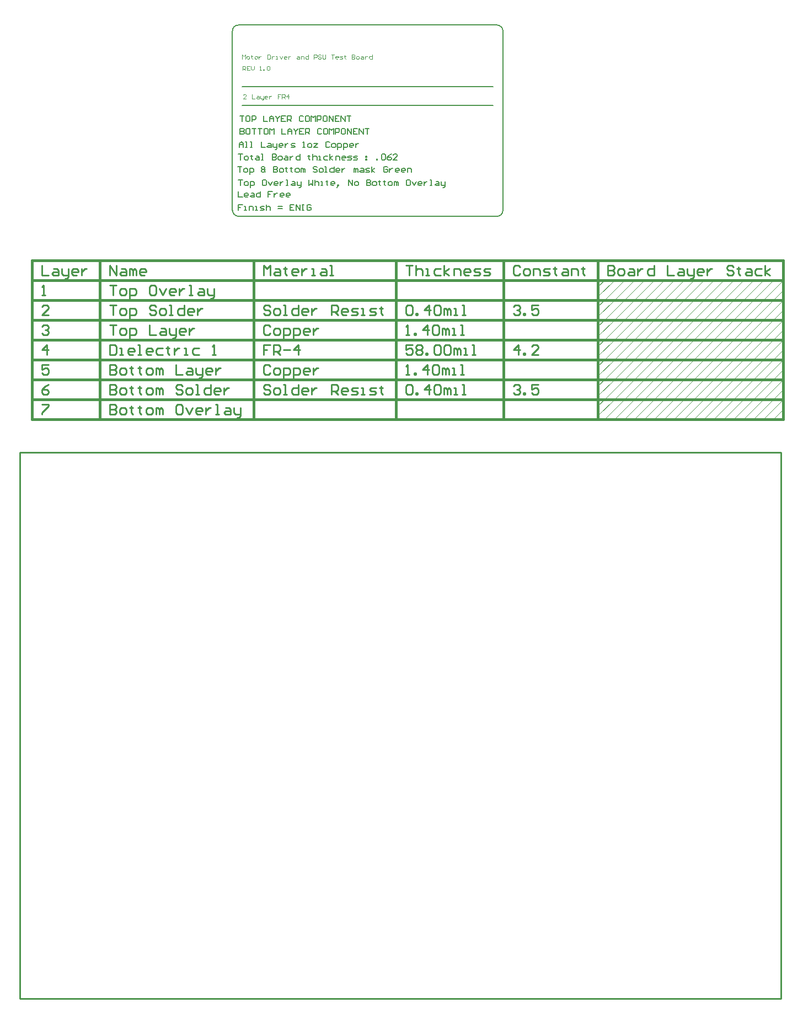
<source format=gm1>
G04 Layer_Color=16711935*
%FSTAX25Y25*%
%MOIN*%
G70*
G01*
G75*
%ADD44C,0.01000*%
%ADD45C,0.01500*%
%ADD116C,0.00600*%
%ADD162C,0.00100*%
%ADD163C,0.00400*%
D44*
X01Y01D02*
X056D01*
Y0375D01*
Y043D01*
X01D01*
Y01D01*
X0231216Y0451251D02*
X0232216D01*
X0233216Y045225D01*
Y045325D01*
Y0457249D01*
Y045325D02*
X0230217D01*
X0229217Y045425D01*
Y0457249D01*
X0226218D02*
X0227218Y0456249D01*
Y045325D01*
X0224219D01*
X0223219Y045425D01*
X0224219Y0455249D01*
X0227218D01*
X0226218Y0457249D02*
X0224219D01*
X021922Y0459248D02*
X0218221D01*
X021922D02*
Y045325D01*
X022022D01*
X0218221D01*
Y046525D02*
X0217221Y046625D01*
Y0468249D01*
X0218221Y0469249D01*
X022022D01*
X022122Y0468249D01*
Y0467249D01*
X0217221D01*
X0218221Y046525D02*
X022022D01*
X0223219D02*
Y0467249D01*
X0224219Y0468249D01*
X0225218Y0469249D01*
X0226218D01*
X0223219D02*
Y046525D01*
X0218221Y047725D02*
Y0479249D01*
X021922Y0480249D01*
X022022Y0481249D01*
X022122D01*
X0218221D02*
Y047725D01*
X0218221Y048925D02*
X0217221D01*
Y0495248D01*
X0216221Y0494248D01*
Y048925D02*
X0218221D01*
X0205225Y0505249D02*
X0204225D01*
X0203225Y0504249D01*
X0202226Y0503249D01*
Y050125D01*
Y0505249D01*
X0199227D02*
X0200226Y0504249D01*
Y0503249D01*
X0196228D01*
Y050225D02*
Y0504249D01*
X0197227Y0505249D01*
X0199227D01*
Y050125D02*
X0197227D01*
X0196228Y050225D01*
X0194228Y050125D02*
Y050025D01*
X0193229Y0499251D01*
X0192229D01*
X0191229Y050125D02*
X0194228D01*
Y0505249D01*
X019023D02*
Y050225D01*
X0191229Y050125D01*
X018923Y0494248D02*
Y0493249D01*
X018823D01*
X019023D01*
X018923D01*
Y049025D01*
X019023Y048925D01*
X0193229D02*
Y0491249D01*
X0194228Y0492249D01*
X0195228Y0493249D01*
X0196228D01*
X0193229D02*
Y048925D01*
X0199227D02*
X0201226D01*
X0200226D01*
Y0493249D01*
X0199227D01*
X0194228Y0483248D02*
Y047725D01*
X0198227D01*
X0201226D02*
X0200226Y047825D01*
X0201226Y0479249D01*
X0204225D01*
Y0480249D02*
Y047725D01*
X0201226D01*
Y0481249D02*
X0203225D01*
X0204225Y0480249D01*
X0206224Y0481249D02*
Y047825D01*
X0207224Y047725D01*
X0210223D01*
Y047625D01*
X0209224Y0475251D01*
X0208224D01*
X0210223Y047725D02*
Y0481249D01*
X0212223Y0480249D02*
X0213222Y0481249D01*
X0215222D01*
X0216221Y0480249D01*
Y0479249D01*
X0212223D01*
Y047825D02*
Y0480249D01*
Y047825D02*
X0213222Y047725D01*
X0215222D01*
Y0471248D02*
Y046525D01*
X0212223D01*
X0211223Y046625D01*
Y0468249D01*
X0212223Y0469249D01*
X0215222D01*
X0207224Y0471248D02*
X0206224D01*
X0207224D02*
Y046525D01*
X0208224D01*
X0206224D01*
X0203225D02*
X0204225Y046625D01*
Y0468249D01*
X0203225Y0469249D01*
X0201226D01*
X0200226Y0468249D01*
Y046625D01*
X0201226Y046525D01*
X0203225D01*
X0204225Y0457249D02*
X0202226Y045325D01*
X0200226Y0457249D01*
X0198227Y0458248D02*
X0197227Y0459248D01*
X0195228D01*
X0194228Y0458248D01*
Y045425D01*
X0195228Y045325D01*
X0197227D01*
X0198227Y045425D01*
Y0458248D01*
Y046625D02*
X0197227Y046525D01*
X0195228D01*
X0194228Y046625D01*
X0198227D02*
Y0467249D01*
X0197227Y0468249D01*
X0195228D01*
X0194228Y0469249D01*
Y0470248D01*
X0195228Y0471248D01*
X0197227D01*
X0198227Y0470248D01*
X0206224Y0456249D02*
X0207224Y0457249D01*
X0209224D01*
X0210223Y0456249D01*
Y0455249D01*
X0206224D01*
Y045425D02*
Y0456249D01*
Y045425D02*
X0207224Y045325D01*
X0209224D01*
X0212223D02*
Y0455249D01*
X0213222Y0456249D01*
X0214222Y0457249D01*
X0215222D01*
X0212223D02*
Y045325D01*
X0186231Y0468249D02*
Y046525D01*
X0184232D02*
Y0468249D01*
Y046525D01*
X0182232D02*
Y0469249D01*
X0183232D01*
X0184232Y0468249D01*
X0185231Y0469249D01*
X0186231Y0468249D01*
X0180233D02*
X0179233Y0469249D01*
X0177234D01*
X0176234Y0468249D01*
Y046625D01*
X0177234Y046525D01*
X0179233D01*
X0180233Y046625D01*
Y0468249D01*
X0179233Y047725D02*
X0180233Y047825D01*
Y0480249D01*
X0179233Y0481249D01*
X0177234D01*
X0176234Y0480249D01*
Y047825D01*
X0177234Y047725D01*
X0179233D01*
X0182232D02*
Y0481249D01*
X0183232D01*
X0184232Y0480249D01*
Y047725D01*
Y0480249D01*
X0185231Y0481249D01*
X0186231Y0480249D01*
Y047725D01*
X0185231Y0457249D02*
X0186231Y0456249D01*
Y045325D01*
X0184232D02*
Y0456249D01*
Y045325D01*
X0182232D02*
Y0457249D01*
X0183232D01*
X0184232Y0456249D01*
X0185231Y0457249D01*
X0180233Y0456249D02*
X0179233Y0457249D01*
X0177234D01*
X0176234Y0456249D01*
Y045425D01*
X0177234Y045325D01*
X0179233D01*
X0180233Y045425D01*
Y0456249D01*
X0173235Y0469249D02*
X0172235D01*
X0171236D01*
X0173235D01*
X0172235D02*
Y046625D01*
X0173235Y046525D01*
X0168237D02*
X0167237Y046625D01*
Y0469249D01*
X0166237D01*
X0168237D01*
X0167237D01*
Y0470248D01*
X0164238Y0468249D02*
X0163238Y0469249D01*
X0161239D01*
X0160239Y0468249D01*
Y046625D01*
X0161239Y046525D01*
X0163238D01*
X0164238Y046625D01*
Y0468249D01*
X0172235Y0469249D02*
Y0470248D01*
X0173235Y047725D02*
X0172235Y047825D01*
Y0481249D01*
X0171236D01*
X0173235D01*
X0172235D01*
Y0482248D01*
X0167237D02*
Y0481249D01*
X0166237D01*
X0168237D01*
X0167237D01*
Y047825D01*
X0168237Y047725D01*
X0163238D02*
X0164238Y047825D01*
Y0480249D01*
X0163238Y0481249D01*
X0161239D01*
X0160239Y0480249D01*
Y047825D01*
X0161239Y047725D01*
X0163238D01*
Y0457249D02*
X0161239D01*
X0160239Y0456249D01*
Y045425D01*
X0161239Y045325D01*
X0163238D01*
X0164238Y045425D01*
Y0456249D01*
X0163238Y0457249D01*
X0166237D02*
X0168237D01*
X0167237D01*
X0166237D01*
X0167237D02*
Y045425D01*
X0168237Y045325D01*
X0173235D02*
X0172235Y045425D01*
Y0457249D01*
X0171236D01*
X0173235D01*
X0172235D01*
Y0458248D01*
X0167237D02*
Y0457249D01*
X015724Y0468249D02*
X0154241D01*
X015724D01*
X015824Y0469249D01*
Y0470248D01*
X015724Y0471248D01*
X0154241D01*
Y046525D01*
X015724D01*
X015824Y046625D01*
Y0467249D01*
X015724Y0468249D01*
Y047725D02*
X015824Y047825D01*
Y0479249D01*
X015724Y0480249D01*
X0154241D01*
X015724D01*
X015824Y0481249D01*
Y0482248D01*
X015724Y0483248D01*
X0154241D01*
Y047725D01*
X015724D01*
Y0459248D02*
X0154241D01*
Y045325D01*
X015724D01*
X015824Y045425D01*
Y0455249D01*
X015724Y0456249D01*
X0154241D01*
X015724D01*
X015824Y0457249D01*
Y0458248D01*
X015724Y0459248D01*
X0177234Y048925D02*
X0176234Y049025D01*
Y0492249D01*
X0177234Y0493249D01*
X0179233D01*
X0180233Y0492249D01*
Y0491249D01*
X0176234D01*
X0177234Y048925D02*
X0179233D01*
X0182232Y049025D02*
X0183232Y048925D01*
X0186231D01*
Y0493249D02*
X0183232D01*
X0182232Y0492249D01*
Y049025D01*
X0182232Y050125D02*
X0178234D01*
Y0507248D01*
X0185231Y0505249D02*
X0187231D01*
X018823Y0504249D01*
Y050125D01*
X0185231D01*
X0184232Y050225D01*
X0185231Y0503249D01*
X018823D01*
X019023Y051325D02*
X0192229D01*
X0191229D01*
Y0519248D01*
X019023D01*
X0195228Y0516249D02*
X0196228Y0517249D01*
X0199227D01*
Y0519248D02*
Y051325D01*
X0196228D01*
X0195228Y051425D01*
Y0516249D01*
X0201226D02*
X0202226Y0517249D01*
X0204225D01*
X0205225Y0516249D01*
Y0515249D01*
X0201226D01*
Y051425D02*
Y0516249D01*
Y051425D02*
X0202226Y051325D01*
X0204225D01*
X0207224D02*
Y0515249D01*
X0208224Y0516249D01*
X0209224Y0517249D01*
X0210223D01*
X0207224D02*
Y051325D01*
X0215222Y0523251D02*
X0216221D01*
X0217221Y052425D01*
Y052525D01*
Y0529249D01*
Y052525D02*
X0214222D01*
X0213222Y052625D01*
Y0529249D01*
X0210223D02*
X0211223Y0528249D01*
Y052525D01*
X0208224D01*
X0207224Y052625D01*
X0208224Y0527249D01*
X0211223D01*
X0210223Y0529249D02*
X0208224D01*
X0203225Y0531248D02*
X0202226D01*
X0199227Y0529249D02*
X0198227D01*
X0197227Y0528249D01*
X0196228Y0527249D01*
Y052525D01*
Y0529249D01*
X0193229D02*
X0194228Y0528249D01*
Y0527249D01*
X019023D01*
Y052625D02*
Y0528249D01*
X0191229Y0529249D01*
X0193229D01*
Y052525D02*
X0191229D01*
X019023Y052625D01*
X0202226Y052525D02*
X0204225D01*
X0203225D01*
Y0531248D01*
X0176234Y0539249D02*
X0172235D01*
Y053825D02*
Y0540249D01*
X0173235Y0541249D01*
X0175234D01*
X0176234Y0540249D01*
Y0539249D01*
X0175234Y053725D02*
X0173235D01*
X0172235Y053825D01*
X0170236Y0540249D02*
Y053725D01*
X0168237D02*
Y0540249D01*
Y053725D01*
X0166237D02*
Y0541249D01*
X0167237D01*
X0168237Y0540249D01*
X0169236Y0541249D01*
X0170236Y0540249D01*
X0164238D02*
Y053725D01*
X0161239D01*
X0160239Y053825D01*
X0161239Y0539249D01*
X0164238D01*
Y0540249D02*
X0163238Y0541249D01*
X0161239D01*
Y0529249D02*
X0160239Y0528249D01*
Y052625D01*
X0161239Y052525D01*
X0163238D01*
X0164238Y052625D01*
Y0528249D01*
X0163238Y0529249D01*
X0161239D01*
X0166237D02*
X0169236D01*
X0170236Y0528249D01*
Y052625D01*
X0169236Y052525D01*
X0166237D01*
Y0529249D02*
Y0523251D01*
Y0517249D02*
X0169236D01*
X0170236Y0516249D01*
Y051425D01*
X0169236Y051325D01*
X0166237D01*
Y0511251D02*
Y0517249D01*
X0164238Y0516249D02*
X0163238Y0517249D01*
X0161239D01*
X0160239Y0516249D01*
Y051425D01*
X0161239Y051325D01*
X0163238D01*
X0164238Y051425D01*
Y0516249D01*
Y0504249D02*
X0163238Y0505249D01*
X0161239D01*
X0160239Y0504249D01*
Y050225D01*
X0161239Y050125D01*
X0163238D01*
X0164238Y050225D01*
Y0504249D01*
X0166237Y0505249D02*
X0169236D01*
X0170236Y0504249D01*
Y050225D01*
X0169236Y050125D01*
X0166237D01*
Y0499251D02*
Y0505249D01*
Y0493249D02*
X0168237D01*
X0169236Y0492249D01*
Y0491249D01*
X0165238D01*
Y049025D02*
Y0492249D01*
X0166237Y0493249D01*
Y048925D02*
X0165238Y049025D01*
X0166237Y048925D02*
X0168237D01*
X0171236D02*
X0173235D01*
X0172235D01*
Y0495248D01*
X0171236D01*
X0161239Y0493249D02*
X0160239D01*
X015824Y0494248D02*
X015724Y0495248D01*
X0154241D01*
Y048925D01*
X015724D01*
X015824Y049025D01*
Y0494248D01*
X0160239Y048925D02*
X0162239D01*
X0161239D01*
Y0493249D01*
X0156241Y050125D02*
Y0507248D01*
X015824D01*
X0154241D01*
X0156241Y051325D02*
Y0519248D01*
X015824D01*
X0154241D01*
X0156241Y052525D02*
Y0531248D01*
X015824D01*
X0154241D01*
Y053725D02*
Y0543248D01*
X015824Y053725D01*
Y0543248D01*
X0140241Y0541249D02*
X0139242D01*
X0138242Y0540249D01*
X0137242Y0539249D01*
Y053725D01*
Y0541249D01*
X0134243D02*
X0135243Y0540249D01*
Y0539249D01*
X0131244D01*
Y053825D02*
Y0540249D01*
X0132244Y0541249D01*
X0134243D01*
Y053725D02*
X0132244D01*
X0131244Y053825D01*
X0129245Y0541249D02*
Y053725D01*
Y053625D01*
X0128245Y0535251D01*
X0127245D01*
X0126246Y053725D02*
X0129245D01*
X0126246D02*
X0125246Y053825D01*
Y0541249D01*
X0122247D02*
X0123247Y0540249D01*
Y053725D01*
X0120248D01*
X0119248Y053825D01*
X0120248Y0539249D01*
X0123247D01*
X0122247Y0541249D02*
X0120248D01*
X011325Y0543248D02*
Y053725D01*
X0117249D01*
X011425Y0531248D02*
X011325Y0530248D01*
X011425Y0531248D02*
Y052525D01*
X0115249D01*
X011325D01*
X011425Y0519248D02*
X011325Y0518248D01*
X011425Y0519248D02*
X0116249D01*
X0117249Y0518248D01*
Y0517249D01*
X011325Y051325D01*
X0117249D01*
X0116249Y0507248D02*
X0117249Y0506248D01*
Y0505249D01*
X0116249Y0504249D01*
X0115249D01*
X0116249D01*
X0117249Y0503249D01*
Y050225D01*
X0116249Y050125D01*
X011425D01*
X011325Y050225D01*
Y0506248D02*
X011425Y0507248D01*
X0116249D01*
Y0495248D02*
X011325Y0492249D01*
X0117249D01*
X0116249Y048925D02*
Y0495248D01*
X0117249Y0483248D02*
X011325D01*
Y0480249D01*
X0115249Y0481249D01*
X0116249D01*
X0117249Y0480249D01*
Y047825D01*
X0116249Y047725D01*
X011425D01*
X011325Y047825D01*
X0115249Y0470248D02*
X011325Y0468249D01*
Y046625D01*
X011425Y046525D01*
X0116249D01*
X0117249Y046625D01*
Y0467249D01*
X0116249Y0468249D01*
X011325D01*
X0115249Y0470248D02*
X0117249Y0471248D01*
Y0459248D02*
Y0458248D01*
X011325Y045425D01*
Y045325D01*
Y0459248D02*
X0117249D01*
X0179233Y051325D02*
X0178234Y051425D01*
X0179233Y051325D02*
X0181233D01*
X0182232Y051425D01*
Y0515249D01*
X0181233Y0516249D01*
X0179233D01*
X0178234Y0517249D01*
Y0518248D01*
X0179233Y0519248D01*
X0181233D01*
X0182232Y0518248D01*
X0185231Y0517249D02*
X0184232Y0516249D01*
Y051425D01*
X0185231Y051325D01*
X0187231D01*
X018823Y051425D01*
Y0516249D01*
X0187231Y0517249D01*
X0185231D01*
X0186231Y052525D02*
X018823Y0529249D01*
X0184232D02*
X0186231Y052525D01*
X0181233D02*
X0182232Y052625D01*
Y0530248D01*
X0181233Y0531248D01*
X0179233D01*
X0178234Y0530248D01*
Y052625D01*
X0179233Y052525D01*
X0181233D01*
X0205225Y0493249D02*
X0204225Y0492249D01*
Y049025D01*
X0205225Y048925D01*
X0208224D01*
Y0493249D02*
X0205225D01*
X0247216Y046625D02*
X0248215Y046525D01*
X0250215D01*
X0251214Y046625D01*
Y0467249D01*
X0250215Y0468249D01*
X0248215D01*
X0247216Y0469249D01*
Y0470248D01*
X0248215Y0471248D01*
X0250215D01*
X0251214Y0470248D01*
X0254214Y0469249D02*
X0253214Y0468249D01*
Y046625D01*
X0254214Y046525D01*
X0256213D01*
X0257212Y046625D01*
Y0468249D01*
X0256213Y0469249D01*
X0254214D01*
Y047725D02*
X0256213D01*
X0257212Y047825D01*
Y0480249D01*
X0256213Y0481249D01*
X0254214D01*
X0253214Y0480249D01*
Y047825D01*
X0254214Y047725D01*
X0250215D02*
X0251214Y047825D01*
X0250215Y047725D02*
X0248215D01*
X0247216Y047825D01*
Y0482248D01*
X0248215Y0483248D01*
X0250215D01*
X0251214Y0482248D01*
X0253214Y048925D02*
Y0495248D01*
X0256213D01*
X0257212Y0494248D01*
Y0492249D01*
X0256213Y0491249D01*
X0253214D01*
X0255213D02*
X0257212Y048925D01*
X0247216D02*
Y0492249D01*
X0249215D01*
X0247216D01*
Y0495248D01*
X0251214D01*
X0259212Y0481249D02*
X0262211D01*
X0263211Y0480249D01*
Y047825D01*
X0262211Y047725D01*
X0259212D01*
Y0475251D02*
Y0481249D01*
X026521D02*
X0268209D01*
X0269209Y0480249D01*
Y047825D01*
X0268209Y047725D01*
X026521D01*
Y0475251D02*
Y0481249D01*
X0271208Y0480249D02*
X0272208Y0481249D01*
X0274207D01*
X0275207Y0480249D01*
Y0479249D01*
X0271208D01*
Y047825D02*
Y0480249D01*
Y047825D02*
X0272208Y047725D01*
X0274207D01*
X0277206D02*
Y0479249D01*
X0278206Y0480249D01*
X0279205Y0481249D01*
X0280205D01*
X0277206D02*
Y047725D01*
X0278206Y0469249D02*
X0279205D01*
X0278206D02*
X0277206Y0468249D01*
X0276206Y0467249D01*
Y046525D01*
Y0469249D01*
X0273207D02*
X0274207Y0468249D01*
Y0467249D01*
X0270208D01*
Y046625D02*
Y0468249D01*
X0271208Y0469249D01*
X0273207D01*
Y046525D02*
X0271208D01*
X0270208Y046625D01*
X0268209Y046525D02*
X026521D01*
X026421Y046625D01*
Y0468249D01*
X026521Y0469249D01*
X0268209D01*
Y0471248D02*
Y046525D01*
X0261211D02*
X0260211D01*
Y0471248D01*
X0259212D01*
Y046525D02*
X0261211D01*
X0288203D02*
Y0471248D01*
X0291201D01*
X0292201Y0470248D01*
Y0468249D01*
X0291201Y0467249D01*
X0288203D01*
X0290202D02*
X0292201Y046525D01*
X02952D02*
X02942Y046625D01*
Y0468249D01*
X02952Y0469249D01*
X02972D01*
X0298199Y0468249D01*
Y0467249D01*
X02942D01*
X02952Y046525D02*
X02972D01*
X0300199D02*
X0303198D01*
X0304197Y046625D01*
X0303198Y0467249D01*
X0301198D01*
X0300199Y0468249D01*
X0301198Y0469249D01*
X0304197D01*
X0306197D02*
X0307196D01*
Y046525D01*
X0308196D01*
X0306197D01*
X0311195D02*
X0314194D01*
X0315194Y046625D01*
X0314194Y0467249D01*
X0312195D01*
X0311195Y0468249D01*
X0312195Y0469249D01*
X0315194D01*
X0317193D02*
X0319192D01*
X0318193D01*
X0317193D01*
X0318193D02*
Y046625D01*
X0319192Y046525D01*
X0334192D02*
X0333192Y046625D01*
Y0470248D01*
X0334192Y0471248D01*
X0336192D01*
X0337191Y0470248D01*
Y046625D01*
X0336192Y046525D01*
X0334192D01*
X0339191D02*
Y046625D01*
X034019D01*
Y046525D01*
X0339191D01*
X0347188D02*
Y0471248D01*
X0344189Y0468249D01*
X0348188D01*
X0350187Y0470248D02*
X0351187Y0471248D01*
X0353186D01*
X0354186Y0470248D01*
Y046625D01*
X0353186Y046525D01*
X0351187D01*
X0350187Y046625D01*
Y0470248D01*
X0356185Y0469249D02*
X0357185D01*
X0358184Y0468249D01*
Y046525D01*
Y0468249D01*
X0359184Y0469249D01*
X0360184Y0468249D01*
Y046525D01*
X0362183D02*
X0364182D01*
X0363183D01*
Y0469249D01*
X0362183D01*
X0367181Y0471248D02*
X0368181D01*
Y046525D01*
X0369181D01*
X0367181D01*
Y047725D02*
Y0483248D01*
X0366182D01*
X0366182Y048925D02*
Y0492249D01*
X0365182Y0493249D01*
X0364182Y0492249D01*
Y048925D01*
Y0492249D01*
X0363183Y0493249D01*
X0362183D01*
Y048925D01*
X0360184Y049025D02*
X0359184Y048925D01*
X0357185D01*
X0356185Y049025D01*
Y0494248D01*
X0357185Y0495248D01*
X0359184D01*
X0360184Y0494248D01*
Y049025D01*
X0368181Y048925D02*
X0370181D01*
X0369181D01*
Y0493249D01*
X0368181D01*
X0368181Y047725D02*
X0367181D01*
X0368181D02*
X0366182D01*
X0363183D02*
X0362183D01*
Y0481249D01*
X0361183D01*
X0358184D02*
X0359184Y0480249D01*
Y047725D01*
X0361183D02*
X0363183D01*
X0357185D02*
Y0480249D01*
Y047725D01*
Y0480249D02*
X0358184Y0481249D01*
X0357185Y0480249D02*
X0356185Y0481249D01*
X0355185D01*
Y047725D01*
X0353186Y047825D02*
X0352186Y047725D01*
X0350187D01*
X0349187Y047825D01*
Y0482248D01*
X0350187Y0483248D01*
X0352186D01*
X0353186Y0482248D01*
Y047825D01*
X0347188Y0480249D02*
X0343189D01*
X0346188Y0483248D01*
Y047725D01*
X0356185Y0469249D02*
Y046525D01*
X0339191Y047725D02*
X0338191D01*
Y047825D01*
X0339191D01*
Y047725D01*
X0335192D02*
X0334192D01*
Y0483248D01*
X0333192Y0482248D01*
X0334192Y048925D02*
X0333192Y049025D01*
Y0492249D02*
X0335192Y0493249D01*
X0336192D01*
X0337191Y0492249D01*
Y049025D01*
X0336192Y048925D01*
X0334192D01*
X0333192Y0492249D02*
Y0495248D01*
X0337191D01*
X0339191Y0494248D02*
X034019Y0495248D01*
X034219D01*
X0343189Y0494248D01*
Y0493249D01*
X034219Y0492249D01*
X0343189Y0491249D01*
Y049025D01*
X034219Y048925D01*
X034019D01*
X0339191Y049025D01*
Y0491249D01*
X034019Y0492249D01*
X0339191Y0493249D01*
Y0494248D01*
X034019Y0492249D02*
X034219D01*
X0335192Y047725D02*
X0333192D01*
X0345188Y048925D02*
Y049025D01*
X0346188D01*
Y048925D01*
X0345188D01*
X0351187D02*
X0350187Y049025D01*
Y0494248D01*
X0351187Y0495248D01*
X0353186D01*
X0354186Y0494248D01*
Y049025D01*
X0353186Y048925D01*
X0351187D01*
X0357185Y050125D02*
Y0504249D01*
Y050125D01*
X0359184D02*
Y0504249D01*
X0358184Y0505249D01*
X0357185Y0504249D01*
X0356185Y0505249D01*
X0355185D01*
Y050125D01*
X0353186Y050225D02*
X0352186Y050125D01*
X0350187D01*
X0349187Y050225D01*
Y0506248D01*
X0350187Y0507248D01*
X0352186D01*
X0353186Y0506248D01*
Y050225D01*
X0347188Y0504249D02*
X0343189D01*
X0346188Y0507248D01*
Y050125D01*
X0361183D02*
X0363183D01*
X0362183D01*
Y0505249D01*
X0361183D01*
X0366182Y0507248D02*
X0367181D01*
Y050125D01*
X0368181D01*
X0366182D01*
X037318Y0495248D02*
X0374179D01*
Y048925D01*
X0375179D01*
X037318D01*
X0398176Y046625D02*
X0399176Y046525D01*
X0401175D01*
X0402175Y046625D01*
Y0467249D01*
X0401175Y0468249D01*
X0400175D01*
X0401175D01*
X0402175Y0469249D01*
Y0470248D01*
X0401175Y0471248D01*
X0399176D01*
X0398176Y0470248D01*
X0409172Y0471248D02*
Y0468249D01*
X0411172Y0469249D01*
X0412171D01*
X0413171Y0468249D01*
Y046625D01*
X0412171Y046525D01*
X0410172D01*
X0409172Y046625D01*
X0405174D02*
Y046525D01*
X0404174D01*
Y046625D01*
X0405174D01*
X0413171Y0471248D02*
X0409172D01*
X0413171Y048925D02*
X0409172D01*
X0413171Y0493249D01*
Y0494248D01*
X0412171Y0495248D01*
X0410172D01*
X0409172Y0494248D01*
X0405174Y049025D02*
Y048925D01*
X0404174D01*
Y049025D01*
X0405174D01*
X0402175Y0492249D02*
X0398176D01*
X0401175Y0495248D01*
Y048925D01*
X0412171Y051325D02*
X0410172D01*
X0409172Y051425D01*
Y0516249D02*
X0411172Y0517249D01*
X0412171D01*
X0413171Y0516249D01*
Y051425D01*
X0412171Y051325D01*
X0413171Y0519248D02*
X0409172D01*
Y0516249D01*
X0405174Y051425D02*
Y051325D01*
X0404174D01*
Y051425D01*
X0405174D01*
X0402175D02*
X0401175Y051325D01*
X0399176D01*
X0398176Y051425D01*
Y0518248D02*
X0399176Y0519248D01*
X0401175D01*
X0402175Y0518248D01*
Y0517249D01*
X0401175Y0516249D01*
X0400175D01*
X0401175D01*
X0402175Y0515249D01*
Y051425D01*
X0414171Y053725D02*
Y0540249D01*
X0413171Y0541249D01*
X0410172D01*
Y053725D01*
X0407173D02*
X0408173Y053825D01*
Y0540249D01*
X0407173Y0541249D01*
X0405174D01*
X0404174Y0540249D01*
Y053825D01*
X0405174Y053725D01*
X0407173D01*
X0401175D02*
X0402175Y053825D01*
Y0542248D02*
X0401175Y0543248D01*
X0399176D01*
X0398176Y0542248D01*
Y053825D01*
X0399176Y053725D01*
X0401175D01*
X041617D02*
X0419169D01*
X0420169Y053825D01*
X0419169Y0539249D01*
X041717D01*
X041617Y0540249D01*
X041717Y0541249D01*
X0420169D01*
X0422168D02*
X0424167D01*
X0423168D01*
X0422168D01*
X0423168D02*
Y053825D01*
X0424167Y053725D01*
X0428166D02*
X0427167Y053825D01*
X0428166Y0539249D01*
X0431165D01*
Y0540249D02*
Y053725D01*
X0428166D01*
X0433165D02*
Y0541249D01*
X0436164D01*
X0437163Y0540249D01*
Y053725D01*
X0441162D02*
X0440162Y053825D01*
Y0541249D01*
X0439163D01*
X0441162D01*
X0440162D01*
Y0542248D01*
X0455162Y053725D02*
X0458161D01*
X0459161Y053825D01*
Y0539249D01*
X0458161Y0540249D01*
X0455162D01*
X0458161D01*
X0459161Y0541249D01*
Y0542248D01*
X0458161Y0543248D01*
X0455162D01*
Y053725D01*
X046216D02*
X0464159D01*
X0465159Y053825D01*
Y0540249D01*
X0464159Y0541249D01*
X046216D01*
X046116Y0540249D01*
Y053825D01*
X046216Y053725D01*
X0468158D02*
X0467158Y053825D01*
X0468158Y0539249D01*
X0471157D01*
Y0540249D02*
Y053725D01*
X0468158D01*
X0473156D02*
Y0539249D01*
X0474156Y0540249D01*
X0475156Y0541249D01*
X0476155D01*
X0473156D02*
Y053725D01*
X0480154D02*
X0479154Y053825D01*
Y0540249D01*
X0480154Y0541249D01*
X0483153D01*
Y0543248D02*
Y053725D01*
X0480154D01*
X049115D02*
X0495149D01*
X049115D02*
Y0543248D01*
X0498148Y053725D02*
X0497148Y053825D01*
X0498148Y0539249D01*
X0501147D01*
Y0540249D02*
Y053725D01*
X0498148D01*
X0504146D02*
X0507145D01*
Y053625D01*
X0506145Y0535251D01*
X0505146D01*
X0504146Y053725D02*
X0503147Y053825D01*
Y0541249D01*
X0500147D02*
X0501147Y0540249D01*
X0500147Y0541249D02*
X0498148D01*
X0507145D02*
Y053725D01*
X0510144D02*
X0509145Y053825D01*
Y0540249D01*
X0510144Y0541249D01*
X0512144D01*
X0513143Y0540249D01*
Y0539249D01*
X0509145D01*
X0510144Y053725D02*
X0512144D01*
X0515143D02*
Y0539249D01*
X0516142Y0540249D01*
X0517142Y0541249D01*
X0518142D01*
X0515143D02*
Y053725D01*
X0528138D02*
X0527139Y053825D01*
Y0541249D02*
X0528138Y0540249D01*
X0530138D01*
X0531138Y0539249D01*
Y053825D01*
X0530138Y053725D01*
X0528138D01*
X0535136D02*
X0534136Y053825D01*
Y0541249D01*
X0533137D01*
X0535136D01*
X0534136D01*
Y0542248D01*
X0531138D02*
X0530138Y0543248D01*
X0528138D01*
X0527139Y0542248D01*
Y0541249D01*
X0539135Y053725D02*
X0538135Y053825D01*
X0539135Y0539249D01*
X0542134D01*
Y0540249D02*
Y053725D01*
X0539135D01*
X0545133D02*
X0548132D01*
X0550131D02*
Y0543248D01*
X0548132Y0541249D02*
X0545133D01*
X0544133Y0540249D01*
Y053825D01*
X0545133Y053725D01*
X055313D02*
X0550131Y0539249D01*
X055313Y0541249D01*
X0541134D02*
X0542134Y0540249D01*
X0541134Y0541249D02*
X0539135D01*
X0470157D02*
X0471157Y0540249D01*
X0470157Y0541249D02*
X0468158D01*
X0430166D02*
X0431165Y0540249D01*
X0430166Y0541249D02*
X0428166D01*
X0423168D02*
Y0542248D01*
X0384176Y0541249D02*
X0381177D01*
X0380177Y0540249D01*
X0381177Y0539249D01*
X0383176D01*
X0384176Y053825D01*
X0383176Y053725D01*
X0380177D01*
X0377178D02*
X0378178Y053825D01*
X0377178Y0539249D01*
X0375179D01*
X0374179Y0540249D01*
X0375179Y0541249D01*
X0378178D01*
X037118D02*
X037218Y0540249D01*
Y0539249D01*
X0368181D01*
Y053825D02*
Y0540249D01*
X0369181Y0541249D01*
X037118D01*
Y053725D02*
X0369181D01*
X0368181Y053825D01*
X0366182Y0540249D02*
Y053725D01*
X0362183D02*
Y0541249D01*
X0365182D01*
X0366182Y0540249D01*
X0359184Y0541249D02*
X0356185Y0539249D01*
X0359184Y053725D01*
Y0517249D02*
X0360184Y0516249D01*
Y051325D01*
X0362183D02*
X0364182D01*
X0363183D01*
Y0517249D01*
X0362183D01*
X0359184D02*
X0358184Y0516249D01*
Y051325D01*
Y0516249D01*
X0357185Y0517249D01*
X0356185D01*
Y051325D01*
X0354186Y051425D02*
X0353186Y051325D01*
X0351187D01*
X0350187Y051425D01*
Y0518248D01*
X0351187Y0519248D01*
X0353186D01*
X0354186Y0518248D01*
Y051425D01*
X0348188Y0516249D02*
X0344189D01*
X0347188Y0519248D01*
Y051325D01*
X0367181D02*
X0369181D01*
X0368181D01*
Y0519248D01*
X0367181D01*
X0374179Y053725D02*
X0377178D01*
X0354186Y0541249D02*
X0351187D01*
X0350187Y0540249D01*
Y053825D01*
X0351187Y053725D01*
X0354186D01*
X0356185D02*
Y0543248D01*
X0346188Y0541249D02*
X0345188D01*
X0346188D02*
Y053725D01*
X0347188D01*
X0345188D01*
X0343189D02*
Y0540249D01*
X034219Y0541249D01*
X034019D01*
X0339191Y0540249D01*
Y053725D01*
Y0543248D01*
X0337191D02*
X0335192D01*
Y053725D01*
X0334192Y0519248D02*
X0336192D01*
X0337191Y0518248D01*
Y051425D01*
X0336192Y051325D01*
X0334192D01*
X0333192Y051425D01*
Y0518248D01*
X0334192Y0519248D01*
X0339191Y051425D02*
X034019D01*
Y051325D01*
X0339191D01*
Y051425D01*
X0334192Y0507248D02*
X0333192Y0506248D01*
X0334192Y0507248D02*
Y050125D01*
X0335192D01*
X0333192D01*
X0338191D02*
Y050225D01*
X0339191D01*
Y050125D01*
X0338191D01*
X0319192Y051325D02*
X0318193Y051425D01*
Y0517249D01*
X0317193D01*
X0319192D01*
X0318193D01*
Y0518248D01*
X0315194Y0517249D02*
X0312195D01*
X0311195Y0516249D01*
X0312195Y0515249D01*
X0314194D01*
X0315194Y051425D01*
X0314194Y051325D01*
X0311195D01*
X0308196D02*
X0307196D01*
Y0517249D01*
X0306197D01*
X0304197D02*
X0301198D01*
X0300199Y0516249D01*
X0301198Y0515249D01*
X0303198D01*
X0304197Y051425D01*
X0303198Y051325D01*
X0300199D01*
X02972D02*
X02952D01*
X02942Y051425D01*
Y0516249D01*
X02952Y0517249D01*
X02972D01*
X0298199Y0516249D01*
Y0515249D01*
X02942D01*
X0292201Y0516249D02*
X0291201Y0515249D01*
X0288203D01*
Y051325D02*
Y0519248D01*
X0291201D01*
X0292201Y0518248D01*
Y0516249D01*
Y051325D02*
X0290202Y0515249D01*
X0306197Y051325D02*
X0308196D01*
X0289202Y053725D02*
X0288203D01*
Y0543248D01*
X0287203D01*
Y053725D02*
X0289202D01*
X0285203Y0539249D02*
X0282204D01*
X0281205Y053825D01*
X0282204Y053725D01*
X0285203D01*
Y0540249D01*
X0284204Y0541249D01*
X0282204D01*
X0277206D02*
X0276206D01*
X0277206D02*
Y053725D01*
X0278206D01*
X0276206D01*
Y0517249D02*
Y051325D01*
Y0515249D01*
X0277206Y0516249D01*
X0278206Y0517249D01*
X0279205D01*
X0273207D02*
X0274207Y0516249D01*
Y0515249D01*
X0270208D01*
Y051425D02*
Y0516249D01*
X0271208Y0517249D01*
X0273207D01*
Y051325D02*
X0271208D01*
X0270208Y051425D01*
X0268209Y051325D02*
X026521D01*
X026421Y051425D01*
Y0516249D01*
X026521Y0517249D01*
X0268209D01*
Y0519248D02*
Y051325D01*
X0261211D02*
X0260211D01*
Y0519248D01*
X0259212D01*
Y051325D02*
X0261211D01*
X0262211Y0505249D02*
X0263211Y0504249D01*
Y050225D01*
X0262211Y050125D01*
X0259212D01*
Y0499251D02*
Y0505249D01*
X0262211D01*
X026521D02*
X0268209D01*
X0269209Y0504249D01*
Y050225D01*
X0268209Y050125D01*
X026521D01*
Y0499251D02*
Y0505249D01*
X0271208Y0504249D02*
X0272208Y0505249D01*
X0274207D01*
X0275207Y0504249D01*
Y0503249D01*
X0271208D01*
Y050225D02*
Y0504249D01*
Y050225D02*
X0272208Y050125D01*
X0274207D01*
X0277206D02*
Y0503249D01*
X0278206Y0504249D01*
X0279205Y0505249D01*
X0280205D01*
X0277206D02*
Y050125D01*
X0268209Y0495248D02*
X026521Y0492249D01*
X0269209D01*
X0268209Y048925D02*
Y0495248D01*
X0263211Y0492249D02*
X0259212D01*
X0256213Y050125D02*
X0257212Y050225D01*
Y0504249D01*
X0256213Y0505249D01*
X0254214D01*
X0253214Y0504249D01*
Y050225D01*
X0254214Y050125D01*
X0256213D01*
X0250215D02*
X0251214Y050225D01*
X0250215Y050125D02*
X0248215D01*
X0247216Y050225D01*
Y0506248D01*
X0248215Y0507248D01*
X0250215D01*
X0251214Y0506248D01*
Y051425D02*
X0250215Y051325D01*
X0248215D01*
X0247216Y051425D01*
Y0517249D02*
X0248215Y0516249D01*
X0250215D01*
X0251214Y0515249D01*
Y051425D01*
X0253214D02*
X0254214Y051325D01*
X0256213D01*
X0257212Y051425D01*
Y0516249D01*
X0256213Y0517249D01*
X0254214D01*
X0253214Y0516249D01*
Y051425D01*
X0251214Y0518248D02*
X0250215Y0519248D01*
X0248215D01*
X0247216Y0518248D01*
Y0517249D01*
X0261211Y053725D02*
X0260211Y053825D01*
Y0541249D01*
X0259212D01*
X0261211D01*
X0260211D01*
Y0542248D01*
X026421Y0540249D02*
X026521Y0541249D01*
X0267209D01*
X0268209Y0540249D01*
Y0539249D01*
X026421D01*
Y053825D02*
Y0540249D01*
Y053825D02*
X026521Y053725D01*
X0267209D01*
X0270208D02*
Y0539249D01*
X0271208Y0540249D01*
X0272208Y0541249D01*
X0273207D01*
X0270208D02*
Y053725D01*
X0257212Y0539249D02*
X0254214D01*
X0253214Y053825D01*
X0254214Y053725D01*
X0257212D01*
Y0540249D01*
X0256213Y0541249D01*
X0254214D01*
X0251214Y0543248D02*
Y053725D01*
X0247216D02*
Y0543248D01*
X0249215Y0541249D01*
X0251214Y0543248D01*
X0318193Y0470248D02*
Y0469249D01*
X0333192Y0543248D02*
X0337191D01*
D45*
X0449162Y045025D02*
Y054625D01*
Y052225D02*
X056113D01*
Y051025D02*
X0449162D01*
X0392176D01*
X0327192D01*
X0241216D01*
X0148241D01*
X010725D01*
Y052225D02*
X0148241D01*
X0241216D01*
X0327192D01*
X0392176D01*
X0449162D01*
Y049825D02*
X056113D01*
Y048625D02*
X0449162D01*
X0392176D01*
X0327192D01*
X0241216D01*
X0148241D01*
X010725D01*
Y047425D02*
X0148241D01*
X0241216D01*
X0327192D01*
X0392176D01*
X0449162D01*
X056113D01*
Y046225D02*
X0449162D01*
X0392176D01*
X0327192D01*
X0241216D01*
X0148241D01*
X010725D01*
Y045025D02*
Y054625D01*
X056113D01*
Y045025D01*
X0449162D01*
X0392176D01*
Y054625D01*
Y049825D02*
X0449162D01*
X0392176D02*
X0327192D01*
X0241216D01*
X0148241D01*
X010725D01*
Y053425D02*
X056113D01*
X0392176Y045025D02*
X0327192D01*
Y054625D01*
X0241216D02*
Y045025D01*
X0327192D01*
X0241216D02*
X0148241D01*
Y054625D01*
X010725Y045025D02*
X0148241D01*
D116*
X038831Y057276D02*
G03*
X039191Y057636I0J00036D01*
G01*
Y05763D02*
Y068471D01*
D02*
G03*
X038831Y068831I-00036J0D01*
G01*
X023201D01*
D02*
G03*
X022841Y068471I0J-00036D01*
G01*
Y05763D01*
X02285Y05764D02*
G03*
X02321Y05728I00036J0D01*
G01*
X023201Y057276D02*
X038831D01*
X035686Y0593699D02*
Y05913D01*
Y05907D01*
X035626Y05901D01*
X035566D01*
X035506Y05913D02*
X035686D01*
X0354461Y0593699D02*
Y05919D01*
X035506Y05913D01*
X0353261D02*
X0351462D01*
X0350862Y05919D01*
X0351462Y05925D01*
X0353261D01*
Y0593099D02*
Y05913D01*
Y0593099D02*
X0352661Y0593699D01*
X0351462D01*
X0348463Y0594899D02*
X0347863D01*
X0348463D02*
Y05913D01*
X0349062D01*
X0347863D01*
X0344264D02*
Y05925D01*
X0344864Y0593099D01*
X0345463Y0593699D01*
X0346063D01*
X0344264D02*
Y05913D01*
X0342464D02*
X0341265D01*
X0340665Y05919D01*
Y0593099D01*
X0341265Y0593699D01*
X0342464D01*
X0343064Y0593099D01*
Y05925D01*
X0340665D01*
X0338266Y05913D02*
X0339465Y0593699D01*
X0337066D02*
X0338266Y05913D01*
X0335267D02*
X0335867Y05919D01*
Y0594299D01*
X0335267Y0594899D01*
X0334067D01*
X0333467Y0594299D01*
Y05919D01*
X0334067Y05913D01*
X0335267D01*
X0328669D02*
Y0593099D01*
X0328069Y0593699D01*
X0327469Y0593099D01*
Y05913D01*
Y0593099D01*
X032687Y0593699D01*
X032627D01*
Y05913D01*
X032447D02*
X032507Y05919D01*
Y0593099D01*
X032447Y0593699D01*
X0323271D01*
X0322671Y0593099D01*
Y05919D01*
X0323271Y05913D01*
X032447D01*
X0320871D02*
X0320272Y05919D01*
Y0593699D01*
X0319672D01*
X0320871D01*
X0320272D01*
Y0594299D01*
X0317273D02*
Y0593699D01*
X0316673D01*
X0317872D01*
X0317273D01*
Y05919D01*
X0317872Y05913D01*
X0314873D02*
X0315473Y05919D01*
Y0593099D01*
X0314873Y0593699D01*
X0313674D01*
X0313074Y0593099D01*
Y05919D01*
X0313674Y05913D01*
X0314873D01*
X0328769Y05993D02*
X0327569D01*
X0326969Y05999D01*
Y0601099D01*
X0327569Y0601699D01*
X0328769D01*
X0329368Y0601099D01*
Y06005D01*
X0326969D01*
X032517Y0601699D02*
X032457D01*
X032397Y0601099D01*
X0323371Y06005D01*
Y05993D01*
Y0601699D01*
X0322171Y0601099D02*
X0320971D01*
X0322171D02*
Y05999D01*
X0321571Y05993D01*
X0320371D01*
X0319772Y05999D01*
Y0602299D01*
X0320371Y0602899D01*
X0321571D01*
X0322171Y0602299D01*
X0322671Y06068D02*
X032387D01*
X032447Y06074D01*
Y0608D01*
X032387Y06086D01*
X0322071D01*
Y06074D01*
X0322671Y06068D01*
X0320272D02*
X0319072D01*
X0318472Y06074D01*
Y0609799D01*
X0319072Y0610399D01*
X0320272D01*
X0320871Y0609799D01*
Y06074D01*
X0320272Y06068D01*
X0316073D02*
X0315473D01*
Y06074D01*
X0316073D01*
Y06068D01*
X0314373Y0601699D02*
X0312574Y06005D01*
X0314373Y05993D01*
X032567Y06068D02*
X0328069Y0609199D01*
Y0609799D01*
X0327469Y0610399D01*
X032627D01*
X032567Y0609799D01*
X032447Y0610399D02*
X0323271Y0609799D01*
X0322071Y06086D01*
X032567Y06068D02*
X0328069D01*
X0330568Y0601099D02*
X0331168Y0601699D01*
X0332368D01*
X0332967Y0601099D01*
Y06005D01*
X0330568D01*
Y05999D02*
Y0601099D01*
Y05999D02*
X0331168Y05993D01*
X0332368D01*
X0334167D02*
Y0601699D01*
X0335966D01*
X0336566Y0601099D01*
Y05993D01*
X0309875Y06223D02*
Y0625899D01*
X0311075D01*
X0308676D01*
X0307476D02*
Y06223D01*
X0305077Y0625899D01*
Y06223D01*
X0303877D02*
X0301478D01*
Y0625899D01*
X0303877D01*
X0302678Y0624099D02*
X0301478D01*
X0300978Y0616699D02*
X0301578Y06161D01*
Y06155D01*
X0299179D01*
Y06149D02*
Y06161D01*
X0299778Y0616699D01*
X0300978D01*
X0302777D02*
Y06143D01*
Y06155D01*
X0303377Y06161D01*
X0303977Y0616699D01*
X0304577D01*
X0300978Y06143D02*
X0299778D01*
X0299179Y06149D01*
X0297979D02*
X0297379Y06143D01*
X029558D01*
Y06131D02*
Y0616699D01*
X0297379D01*
X0297979Y06161D01*
Y06149D01*
X029438D02*
X029378Y06143D01*
X0291981D01*
Y06131D02*
Y0616699D01*
X029378D01*
X029438Y06161D01*
Y06149D01*
X0290781D02*
Y06161D01*
X0290181Y0616699D01*
X0288982D01*
X0288382Y06161D01*
Y06149D01*
X0288982Y06143D01*
X0290181D01*
X0290781Y06149D01*
X0287182D02*
X0286583Y06143D01*
X0285383D01*
X0284783Y06149D01*
Y0617299D01*
X0285383Y0617899D01*
X0286583D01*
X0287182Y0617299D01*
X0287282Y0610399D02*
Y06068D01*
X0289082D02*
X0287282Y0608D01*
X0289082Y0609199D01*
X0290881D02*
X0292681D01*
X029328Y06086D01*
Y06068D01*
X029508D02*
X029448Y06074D01*
Y06086D01*
X029508Y0609199D01*
X0296279D01*
X0296879Y06086D01*
Y0608D01*
X029448D01*
X0298679D02*
X0298079Y06086D01*
X0298679Y0609199D01*
X0300478D01*
X0301678Y06086D02*
X0302277Y0609199D01*
X0304077D01*
X0303477Y0608D02*
X0302277D01*
X0301678Y06086D01*
X0303477Y0608D02*
X0304077Y06074D01*
X0303477Y06068D01*
X0301678D01*
X0300478Y06074D02*
X0299878Y0608D01*
X0298679D01*
X0290881Y0609199D02*
Y06068D01*
X029508D02*
X0296279D01*
X0298079D02*
X0299878D01*
X0300478Y06074D01*
X0301777Y0601699D02*
X0302377D01*
X0302977Y0601099D01*
Y05993D01*
Y0601099D01*
X0303577Y0601699D01*
X0304177Y0601099D01*
Y05993D01*
X0305976D02*
X0305376Y05999D01*
X0305976Y06005D01*
X0307775D01*
Y0601099D02*
Y05993D01*
X0305976D01*
Y0601699D02*
X0307176D01*
X0307775Y0601099D01*
X0308975D02*
X0309575Y0601699D01*
X0311374D01*
Y05999D02*
X0310774Y06005D01*
X0309575D01*
X0308975Y0601099D01*
Y05993D02*
X0310774D01*
X0311374Y05999D01*
X0312574Y05993D02*
Y0602899D01*
X0309475Y06068D02*
X0308875D01*
Y06074D01*
X0309475D01*
Y06068D01*
Y0594899D02*
Y05913D01*
X0311275D01*
X0311874Y05919D01*
Y05925D01*
X0311275Y0593099D01*
X0309475D01*
X0311275D01*
X0311874Y0593699D01*
Y0594299D01*
X0311275Y0594899D01*
X0309475D01*
X0304077Y0593699D02*
X0302877D01*
X0302277Y0593099D01*
Y05919D01*
X0302877Y05913D01*
X0304077D01*
X0304677Y05919D01*
Y0593099D01*
X0304077Y0593699D01*
X0301078Y0594899D02*
Y05913D01*
X0298679Y0594899D01*
Y05913D01*
X0292681D02*
Y05919D01*
X0292081D01*
Y05913D01*
X0292681D01*
X0292081Y05907D01*
X0292681Y05913D01*
X0292081Y05907D02*
X0291481Y05901D01*
X0289682Y05913D02*
X0288482D01*
X0287882Y05919D01*
Y0593099D01*
X0288482Y0593699D01*
X0289682D01*
X0290281Y0593099D01*
Y05925D01*
X0287882D01*
X0301777Y05993D02*
Y0601699D01*
X0308875Y06086D02*
Y0609199D01*
X0309475D01*
Y06086D01*
X0308875D01*
X0300278Y06223D02*
Y0625899D01*
X0297879D02*
X0300278Y06223D01*
X0297879D02*
Y0625899D01*
X029608D02*
X029488D01*
X029428Y0625299D01*
Y06229D01*
X029488Y06223D01*
X029608D01*
X029668Y06229D01*
Y0625299D01*
X029608Y0625899D01*
X0292481D02*
X0293081Y0625299D01*
Y0624099D01*
X0292481Y06235D01*
X0290682D01*
Y06223D02*
Y0625899D01*
X0292481D01*
X0289482D02*
Y06223D01*
X0287083D02*
Y0625899D01*
X0288282Y0624699D01*
X0289482Y0625899D01*
X0289292Y0629999D02*
Y0633598D01*
X0290491D02*
Y0629999D01*
X0292891D01*
X029409D02*
Y0633598D01*
X0296489Y0629999D01*
Y0633598D01*
X0297689D02*
X0300088D01*
X0298889D01*
Y0629999D01*
X0291691Y0631798D02*
X0290491D01*
Y0633598D02*
X0292891D01*
X0286893D02*
X0289292Y0629999D01*
X0286893D02*
Y0633598D01*
X0285093D02*
X0283893D01*
X0283294Y0632998D01*
Y0630599D01*
X0283893Y0629999D01*
X0285093D01*
X0285693Y0630599D01*
Y0632998D01*
X0285093Y0633598D01*
X0281494D02*
X0282094Y0632998D01*
Y0631798D01*
X0281494Y0631199D01*
X0279695D01*
Y0629999D02*
Y0633598D01*
X0281494D01*
X0278495D02*
Y0629999D01*
X0276096D02*
Y0633598D01*
X0277296Y0632398D01*
X0278495Y0633598D01*
X0274297D02*
X0273097D01*
X0272497Y0632998D01*
Y0630599D01*
X0273097Y0629999D01*
X0274297D01*
X0274896Y0630599D01*
Y0632998D01*
X0274297Y0633598D01*
X0274487Y0625899D02*
X0275086Y0625299D01*
Y0624099D01*
X0274487Y06235D01*
X0272687D01*
Y06223D02*
Y0625899D01*
X0274487D01*
X0273887Y06235D02*
X0275086Y06223D01*
X0279885Y06229D02*
X0280485Y06223D01*
X0281684D01*
X0282284Y06229D01*
X0283484D02*
X0284084Y06223D01*
X0285283D01*
X0285883Y06229D01*
Y0625299D01*
X0285283Y0625899D01*
X0284084D01*
X0283484Y0625299D01*
Y06229D01*
X0282284Y0625299D02*
X0281684Y0625899D01*
X0280485D01*
X0279885Y0625299D01*
Y06229D01*
X0279985Y0616699D02*
X0277586Y06143D01*
X0279985D01*
Y0616699D02*
X0277586D01*
X0276386Y06161D02*
X0275786Y0616699D01*
X0274587D01*
X0273987Y06161D01*
Y06149D01*
X0274587Y06143D01*
X0275786D01*
X0276386Y06149D01*
Y06161D01*
X0277085Y0610399D02*
Y06068D01*
Y06086D01*
X0277685Y0609199D01*
X0278885D01*
X0279485Y06086D01*
Y06068D01*
X0280684D02*
X0281884D01*
X0281284D01*
Y0609199D01*
X0280684D01*
X0283683Y06086D02*
Y06074D01*
X0284283Y06068D01*
X0286083D01*
X0284983Y0602899D02*
X0284383D01*
X0284983D02*
Y05993D01*
X0285583D01*
X0284383D01*
X0282584D02*
X0283183Y05999D01*
Y0601099D01*
X0282584Y0601699D01*
X0281384D01*
X0280784Y0601099D01*
Y05999D01*
X0281384Y05993D01*
X0282584D01*
X0278985D02*
X0277785D01*
X0277185Y05999D01*
Y0601699D02*
X0277785Y0601099D01*
X0278985D01*
X0279585Y06005D01*
Y05999D01*
X0278985Y05993D01*
X0279585Y0602299D02*
X0278985Y0602899D01*
X0277785D01*
X0277185Y0602299D01*
Y0601699D01*
X0277085Y0594899D02*
Y05913D01*
X0275886Y05925D01*
X0274686Y05913D01*
Y0594899D01*
X0278285D02*
Y05913D01*
Y0593099D01*
X0278885Y0593699D01*
X0280085D01*
X0280684Y0593099D01*
Y05913D01*
X0281884D02*
X0283084D01*
X0282484D01*
Y0593699D01*
X0281884D01*
X0284883D02*
X0286083D01*
X0285483D01*
X0284883D01*
X0285483D02*
Y05919D01*
X0286083Y05913D01*
X0275286Y0579899D02*
X0274086D01*
X0273487Y0579299D01*
Y05769D01*
X0274086Y05763D01*
X0275286D01*
X0275886Y05769D01*
Y0578099D01*
X0274686D01*
X0275886Y0579299D02*
X0275286Y0579899D01*
X0287982Y05993D02*
X0287382Y05999D01*
Y0601099D01*
X0287982Y0601699D01*
X0289781D01*
Y0602899D02*
Y05993D01*
X0287982D01*
X0291581D02*
X0290981Y05999D01*
Y0601099D01*
X0291581Y0601699D01*
X029278D01*
X029338Y0601099D01*
Y06005D01*
X0290981D01*
X0291581Y05993D02*
X029278D01*
X029458D02*
Y06005D01*
X029518Y0601099D01*
X0295779Y0601699D01*
X0296379D01*
X029458D02*
Y05993D01*
X0286083Y0609199D02*
X0284283D01*
X0283683Y06086D01*
X0275286Y0609199D02*
X0274686D01*
X0274086D01*
X0275286D01*
X0274686D02*
Y06074D01*
X0275286Y06068D01*
X0285483Y0594299D02*
Y0593699D01*
X0274686Y0609199D02*
Y0609799D01*
X0271488Y06223D02*
X0269089D01*
Y0625899D01*
X0271488D01*
X0270288Y0624099D02*
X0269089D01*
X0266689D02*
X0267889Y0625299D01*
Y0625899D01*
X026549D02*
Y0625299D01*
X0266689Y0624099D01*
Y06223D01*
X026429D02*
Y0624099D01*
X0261891D01*
Y0624699D02*
X026309Y0625899D01*
X026429Y0624699D01*
Y06223D01*
X0261891D02*
Y0624699D01*
X0260691Y06223D02*
X0258292D01*
Y0625899D01*
X0258102Y0629999D02*
X0260501D01*
X0261701D02*
Y0633598D01*
X02635D01*
X02641Y0632998D01*
Y0631798D01*
X02635Y0631199D01*
X0261701D01*
X02629D02*
X02641Y0629999D01*
X0268898Y0630599D02*
X0269498Y0629999D01*
X0270698D01*
X0271298Y0630599D01*
Y0632998D02*
X0270698Y0633598D01*
X0269498D01*
X0268898Y0632998D01*
Y0630599D01*
X0259301Y0631798D02*
X0258102D01*
Y0633598D02*
Y0629999D01*
X0255703D02*
Y0631798D01*
X0256902Y0632998D01*
Y0633598D01*
X0258102D02*
X0260501D01*
X0260191Y0616699D02*
Y06143D01*
Y06155D01*
X0260791Y06161D01*
X0261391Y0616699D01*
X0261991D01*
X026379Y06161D02*
X026439Y0616699D01*
X0266189D01*
Y06149D02*
X0265589Y06155D01*
X026439D01*
X026379Y06161D01*
Y06143D02*
X0265589D01*
X0266189Y06149D01*
X0270988Y06143D02*
X0272187D01*
X0271587D01*
Y0617899D01*
X0270988Y0617299D01*
X0269288Y0610399D02*
Y06068D01*
X0267489D01*
X0266889Y06074D01*
Y06086D01*
X0267489Y0609199D01*
X0269288D01*
X0265089D02*
X026449D01*
X026389Y06086D01*
X026329Y0608D01*
Y06068D01*
Y0609199D01*
X0261491D02*
X026209Y06086D01*
Y06068D01*
X0260291D01*
X0259691Y06074D01*
X0260291Y0608D01*
X026209D01*
X0261491Y0609199D02*
X0260291D01*
X0258992Y06155D02*
X0256592D01*
Y06149D02*
Y06161D01*
X0257192Y0616699D01*
X0258392D01*
X0258992Y06161D01*
Y06155D01*
X0258591Y0601699D02*
X0257392D01*
X0256792Y0601099D01*
Y05999D01*
X0257392Y05993D01*
X0258591D01*
X0259191Y05999D01*
Y0601099D01*
X0258591Y0601699D01*
X0260391D02*
X026159D01*
X0260991D01*
X0260391D01*
X0260991D02*
Y05999D01*
X026159Y05993D01*
X0260991Y0601699D02*
Y0602299D01*
X026399D02*
Y0601699D01*
X026339D01*
X0264589D01*
X026399D01*
Y05999D01*
X0264589Y05993D01*
X0266989D02*
X0268188D01*
X0268788Y05999D01*
Y0601099D01*
X0268188Y0601699D01*
X0266989D01*
X0266389Y0601099D01*
Y05999D01*
X0266989Y05993D01*
X0269988D02*
Y0601699D01*
X0270587D01*
X0271187Y0601099D01*
Y05993D01*
Y0601099D01*
X0271787Y0601699D01*
X0272387Y0601099D01*
Y05993D01*
X0269888Y0593699D02*
Y05913D01*
Y05907D01*
X0269288Y05901D01*
X0268688D01*
X0268089Y05913D02*
X0269888D01*
X0268089D02*
X0267489Y05919D01*
Y0593699D01*
X0265689D02*
X0266289Y0593099D01*
Y05913D01*
X026449D01*
X026389Y05919D01*
X026449Y05925D01*
X0266289D01*
X026209Y05913D02*
X0261491D01*
Y0594899D01*
X0260891D01*
X0259091Y0593699D02*
X0258491D01*
X0257892Y0593099D01*
X0257292Y05925D01*
Y05913D01*
Y0593699D01*
X0255492D02*
X0256092Y0593099D01*
Y05925D01*
X0253693D01*
Y05919D02*
Y0593099D01*
X0254293Y0593699D01*
X0255492D01*
X0252494D02*
X0251294Y05913D01*
X0250094Y0593699D01*
X0248895Y0594299D02*
X0248295Y0594899D01*
X0247095D01*
X0246495Y0594299D01*
Y05919D01*
X0247095Y05913D01*
X0248295D01*
X0248895Y05919D01*
Y0594299D01*
X0248395Y05993D02*
X0247795Y05999D01*
X0247195Y05993D01*
X0246595D01*
X0245995Y05999D01*
Y06005D01*
X0246595Y0601099D01*
X0245995Y0601699D01*
Y0602299D01*
X0246595Y0602899D01*
X0247195D01*
X0247795Y0602299D01*
Y0601699D01*
X0247195Y0601099D01*
X0247795Y06005D01*
Y05999D01*
Y06005D02*
X0248395Y0601099D01*
X0247195D02*
X0246595D01*
X0246495Y06068D02*
Y0610399D01*
X0245896D01*
X0244696Y06086D02*
Y06068D01*
X0242897D01*
X0242297Y06074D01*
X0242897Y0608D01*
X0244696D01*
Y06086D02*
X0244096Y0609199D01*
X0242897D01*
X0240497D02*
X0239897D01*
X0239298D01*
X0240497D01*
X0239897D02*
Y06074D01*
X0240497Y06068D01*
X0237498D02*
X0238098Y06074D01*
Y06086D01*
X0237498Y0609199D01*
X0236299D01*
X0235699Y06086D01*
Y06074D01*
X0236299Y06068D01*
X0237498D01*
X02333D02*
Y0610399D01*
X0234499D01*
X02321D01*
X02326Y06143D02*
Y0616699D01*
X02338Y0617899D01*
X0234999Y0616699D01*
Y06143D01*
Y06161D01*
X02326D01*
X0236199Y06143D02*
X0237399D01*
X0236799D01*
Y0617899D01*
X0236199D01*
X0239198D02*
X0239798D01*
Y06143D01*
X0240398D01*
X0239198D01*
X0239897Y0609799D02*
Y0609199D01*
X0240597Y0601699D02*
X0241197Y0601099D01*
Y05999D01*
X0240597Y05993D01*
X0238798D01*
Y05981D02*
Y0601699D01*
X0240597D01*
X0237598Y0601099D02*
X0236998Y0601699D01*
X0235799D01*
X0235199Y0601099D01*
Y05999D01*
X0235799Y05993D01*
X0236998D01*
X0237598Y05999D01*
Y0601099D01*
X0233999Y0602899D02*
X02328D01*
Y05993D01*
X02316Y0602899D02*
X0233999D01*
X0234499Y0594899D02*
X02333D01*
Y05913D01*
X0236299D02*
X0237498D01*
X0238098Y05919D01*
Y0593099D01*
X0237498Y0593699D01*
X0236299D01*
X0235699Y0593099D01*
Y05919D01*
X0236299Y05913D01*
X0239298D02*
X0241097D01*
X0241697Y05919D01*
Y0593099D01*
X0241097Y0593699D01*
X0239298D01*
Y05901D01*
X0239897Y0586699D02*
X0241097D01*
X0241697Y0586099D01*
Y05843D01*
X0239897D01*
X0239298Y05849D01*
X0239897Y05855D01*
X0241697D01*
X0242897Y05849D02*
Y0586099D01*
X0243496Y0586699D01*
X0245296D01*
Y0587899D02*
Y05843D01*
X0243496D01*
X0242897Y05849D01*
X0238098Y05855D02*
X0235699D01*
Y05849D02*
Y0586099D01*
X0236299Y0586699D01*
X0237498D01*
X0238098Y0586099D01*
Y05855D01*
X0237498Y05843D02*
X0236299D01*
X0235699Y05849D01*
X0234499Y05843D02*
X02321D01*
Y0587899D01*
Y0579899D02*
Y0578099D01*
X02333D01*
X02321D01*
Y05763D01*
X0235699D02*
X0236898D01*
X0236299D01*
Y0578699D01*
X0235699D01*
X0238698D02*
X0240497D01*
X0241097Y0578099D01*
Y05763D01*
X0242297D02*
X0243496D01*
X0242897D01*
Y0578699D01*
X0242297D01*
X0238698D02*
Y05763D01*
X0245296D02*
X0247095D01*
X0247695Y05769D01*
X0247095Y05775D01*
X0245896D01*
X0245296Y0578099D01*
X0245896Y0578699D01*
X0247695D01*
X0248895Y0578099D02*
X0249494Y0578699D01*
X0250694D01*
X0251294Y0578099D01*
Y05763D01*
X0248895D02*
Y0578099D01*
Y05763D02*
Y0579899D01*
X0250094Y05843D02*
Y0586099D01*
X0251294D01*
X0250094D01*
Y0587899D01*
X0252494D01*
X0253693Y0586699D02*
Y05843D01*
Y05855D01*
X0254293Y0586099D01*
X0254893Y0586699D01*
X0255492D01*
X0257292Y0586099D02*
X0257892Y0586699D01*
X0259091D01*
X0259691Y0586099D01*
Y05855D01*
X0257292D01*
Y05849D02*
Y0586099D01*
Y05849D02*
X0257892Y05843D01*
X0259091D01*
X0261491D02*
X0260891Y05849D01*
Y0586099D01*
X0261491Y0586699D01*
X026269D01*
X026329Y0586099D01*
Y05855D01*
X0260891D01*
X0261491Y05843D02*
X026269D01*
X026329Y0579899D02*
Y05763D01*
X0265689D01*
X0266889D02*
Y0579899D01*
X0269288Y05763D01*
Y0579899D01*
X0270488D02*
X0271687D01*
X0271088D01*
Y05763D01*
X0270488D01*
X0271687D01*
X026449Y0578099D02*
X026329D01*
Y0579899D02*
X0265689D01*
X026209Y05913D02*
X0260891D01*
X026449Y0593699D02*
X0265689D01*
X0258491Y06086D02*
X0257892Y0609199D01*
X0256692D01*
X0256092Y06086D01*
Y06074D01*
X0256692Y06068D01*
X0257892D01*
X0258491Y06074D01*
Y06086D01*
X0254293D02*
X0252494D01*
X0254293D01*
X0254893Y0609199D01*
Y0609799D01*
X0254293Y0610399D01*
X0252494D01*
Y06068D01*
X0254293D01*
X0254893Y06074D01*
Y0608D01*
X0254293Y06086D01*
X0254193Y06131D02*
X0254793D01*
X0255393Y06137D01*
Y06143D01*
Y0616699D01*
X0252993D02*
Y06149D01*
X0253593Y06143D01*
X0255393D01*
X0257192D02*
X0256592Y06149D01*
X0257192Y06143D02*
X0258392D01*
X0251794D02*
X0249994D01*
X0249395Y06149D01*
X0249994Y06155D01*
X0251794D01*
Y06161D02*
Y06143D01*
Y06161D02*
X0251194Y0616699D01*
X0249994D01*
X0248195Y06143D02*
X0245796D01*
Y0617899D01*
X0245896Y06068D02*
X0247095D01*
X0246495D01*
X0253193Y0602899D02*
Y05993D01*
X0254993D01*
X0255592Y05999D01*
Y06005D01*
X0254993Y0601099D01*
X0253193D01*
X0254993D01*
X0255592Y0601699D01*
Y0602299D01*
X0254993Y0602899D01*
X0253193D01*
X0253693Y05919D02*
X0254293Y05913D01*
X0255492D01*
X0256092Y0578699D02*
X0258491D01*
Y05775D02*
X0256092D01*
X0234499Y0579899D02*
X02321D01*
Y0594899D02*
X0234499D01*
X0245096Y06223D02*
Y0625899D01*
X0246296D01*
X0243897D01*
X0242697D02*
X0241497D01*
Y06223D01*
X0238498D02*
X0239098Y06229D01*
Y0625299D01*
X0238498Y0625899D01*
X0237299D01*
X0236699Y0625299D01*
Y06229D01*
X0237299Y06223D01*
X0238498D01*
X0234899D02*
X0235499Y06229D01*
Y06235D01*
X0234899Y0624099D01*
X02331D01*
X0234899D01*
X0235499Y0624699D01*
Y0625299D01*
X0234899Y0625899D01*
X02331D01*
Y06223D01*
X0234899D01*
X023411Y0629999D02*
Y0633598D01*
X0235309D01*
X023291D01*
X0237109D02*
X0236509Y0632998D01*
Y0630599D01*
X0237109Y0629999D01*
X0238308D01*
X0238908Y0630599D01*
Y0632998D01*
X0238308Y0633598D01*
X0237109D01*
X0240108D02*
X0241907D01*
X0242507Y0632998D01*
Y0631798D01*
X0241907Y0631199D01*
X0240108D01*
Y0629999D02*
Y0633598D01*
X0240298Y0625899D02*
X0242697D01*
X0248095D02*
X0247495Y0625299D01*
Y06229D01*
X0248095Y06223D01*
X0249295D01*
X0249895Y06229D01*
Y0625299D01*
X0249295Y0625899D01*
X0248095D01*
X0251094D02*
X0252294Y0624699D01*
X0253493Y0625899D01*
Y06223D01*
X0251094D02*
Y0625899D01*
X0250904Y0629999D02*
Y0632398D01*
X0252104Y0633598D01*
X0253303Y0632398D01*
Y0629999D01*
Y0631798D01*
X0250904D01*
X0249705Y0629999D02*
X0247305D01*
Y0633598D01*
X0254503D02*
Y0632998D01*
X0255703Y0631798D01*
X023441Y0639677D02*
X038591D01*
Y0650937D02*
X023441D01*
D162*
X0449162Y0452282D02*
X045913Y046225D01*
X047113Y047425D01*
X048313Y048625D01*
X049513Y049825D01*
X050713Y051025D01*
X051913Y052225D01*
X053113Y053425D01*
X053713D02*
X052513Y052225D01*
X051313Y051025D01*
X050113Y049825D01*
X048913Y048625D01*
X047713Y047425D01*
X046513Y046225D01*
X045313Y045025D01*
X045913D02*
X047113Y046225D01*
X048313Y047425D01*
X049513Y048625D01*
X050713Y049825D01*
X051913Y051025D01*
X053113Y052225D01*
X054313Y053425D01*
X054913D02*
X053713Y052225D01*
X052513Y051025D01*
X051313Y049825D01*
X050113Y048625D01*
X048913Y047425D01*
X047713Y046225D01*
X046513Y045025D01*
X047113D02*
X048313Y046225D01*
X049513Y047425D01*
X050713Y048625D01*
X051913Y049825D01*
X053113Y051025D01*
X054313Y052225D01*
X055513Y053425D01*
X056113D02*
X054913Y052225D01*
X053713Y051025D01*
X052513Y049825D01*
X051313Y048625D01*
X050113Y047425D01*
X048913Y046225D01*
X047713Y045025D01*
X048313D02*
X049513Y046225D01*
X050713Y047425D01*
X051913Y048625D01*
X053113Y049825D01*
X054313Y051025D01*
X055513Y052225D01*
X056113Y052825D01*
Y052225D02*
X054913Y051025D01*
X053713Y049825D01*
X052513Y048625D01*
X051313Y047425D01*
X050113Y046225D01*
X048913Y045025D01*
X049513D02*
X050713Y046225D01*
X051913Y047425D01*
X053113Y048625D01*
X054313Y049825D01*
X055513Y051025D01*
X056113Y051625D01*
Y051025D02*
X054913Y049825D01*
X053713Y048625D01*
X052513Y047425D01*
X051313Y046225D01*
X050113Y045025D01*
X050713D02*
X051913Y046225D01*
X053113Y047425D01*
X054313Y048625D01*
X055513Y049825D01*
X056113Y050425D01*
Y049825D02*
X054913Y048625D01*
X053713Y047425D01*
X052513Y046225D01*
X051313Y045025D01*
X051913D02*
X053113Y046225D01*
X054313Y047425D01*
X055513Y048625D01*
X056113Y049225D01*
Y048625D02*
X054913Y047425D01*
X053713Y046225D01*
X052513Y045025D01*
X053113D02*
X054313Y046225D01*
X055513Y047425D01*
X056113Y048025D01*
Y047425D02*
X054913Y046225D01*
X053713Y045025D01*
X054313D02*
X055513Y046225D01*
X056113Y046825D01*
Y046225D02*
X054913Y045025D01*
X055513D02*
X056113Y045625D01*
X051313Y052225D02*
X052513Y053425D01*
X051913D02*
X050713Y052225D01*
X049513Y051025D01*
X048313Y049825D01*
X047113Y048625D01*
X045913Y047425D01*
X0449162Y0464282D01*
Y0458282D02*
X045313Y046225D01*
X046513Y047425D01*
X047713Y048625D01*
X048913Y049825D01*
X050113Y051025D01*
X051313Y052225D01*
Y053425D02*
X050113Y052225D01*
X048913Y051025D01*
X047713Y049825D01*
X046513Y048625D01*
X045313Y047425D01*
X0449162Y0470282D01*
Y0476282D02*
X045913Y048625D01*
X047113Y049825D01*
X048313Y051025D01*
X049513Y052225D01*
X050713Y053425D01*
X050113D02*
X048913Y052225D01*
X047713Y051025D01*
X046513Y049825D01*
X045313Y048625D01*
X0449162Y0482282D01*
Y0488282D02*
X045913Y049825D01*
X047113Y051025D01*
X048313Y052225D01*
X049513Y053425D01*
X048913D02*
X047713Y052225D01*
X046513Y051025D01*
X045313Y049825D01*
X0449162Y0494282D01*
Y0500282D02*
X045913Y051025D01*
X047113Y052225D01*
X048313Y053425D01*
X047713D02*
X046513Y052225D01*
X045313Y051025D01*
X0449162Y0506282D01*
X045913Y052225D02*
X047113Y053425D01*
X046513D02*
X045313Y052225D01*
X0449162Y0518282D01*
Y0512282D02*
X045913Y052225D01*
Y053425D02*
X0449162Y0524282D01*
Y0530282D02*
X045313Y053425D01*
D163*
X0260135Y064381D02*
X0259269Y0644676D01*
X0259702D02*
X0258402D01*
Y064381D02*
Y0646409D01*
X0259702D01*
X0260135Y0645976D01*
Y064511D01*
X0259702Y0644676D01*
X0261001Y064511D02*
X0262734D01*
X0262301Y064381D02*
Y0646409D01*
X0261001Y064511D01*
X0250971Y0661377D02*
X0250538Y0660944D01*
X0249672D01*
X0249238Y0661377D01*
Y0663109D01*
X0249672Y0663543D01*
X0250538D01*
X0250971Y0663109D01*
Y0661377D01*
X0247506D02*
Y0660944D01*
X0247073D01*
Y0661377D01*
X0247506D01*
X0245773Y0660944D02*
X024534D01*
Y0663543D01*
X0244907Y0663109D01*
Y0660944D02*
X0245773D01*
X0245407Y0645543D02*
Y0644243D01*
X024584Y064381D01*
X0247139D01*
Y0643377D01*
X0246706Y0642944D01*
X0246273D01*
X0247139Y064381D02*
Y0645543D01*
X0248006Y064511D02*
X0248439Y0645543D01*
X0249305D01*
X0249739Y064511D01*
Y0644676D01*
X0248006D01*
Y064511D02*
Y0644243D01*
X0248439Y064381D01*
X0249305D01*
X0250605D02*
Y0644676D01*
X0251038Y064511D01*
X0251471Y0645543D01*
X0251905D01*
X0250605D02*
Y064381D01*
X0255803D02*
Y064511D01*
X025667D01*
X0255803D01*
Y0646409D01*
X0257536D01*
X0240575Y0660944D02*
X0241441Y066181D01*
Y0663543D01*
X0239708D02*
Y066181D01*
X0240575Y0660944D01*
X0238842D02*
X0237109D01*
Y0663543D01*
X0238842D01*
X0235809D02*
X0236243Y0663109D01*
Y0662243D01*
X0235809Y066181D01*
X023451D01*
Y0660944D02*
Y0663543D01*
X0235809D01*
X0236143Y0667843D02*
Y0670443D01*
X0235276Y0669576D01*
X023441Y0670443D01*
Y0667843D01*
X0237442D02*
X0238309D01*
X0238742Y0668277D01*
Y0669143D01*
X0238309Y0669576D01*
X0237442D01*
X0237009Y0669143D01*
Y0668277D01*
X0237442Y0667843D01*
X0240041Y0668277D02*
X0240475Y0667843D01*
X0240041Y0668277D02*
Y0669576D01*
X0239608D01*
X0240475D01*
X0240041D01*
Y067001D01*
X0242207Y0669576D02*
X0241774Y0669143D01*
Y0668277D01*
X0242207Y0667843D01*
X0243074D01*
X0243507Y0668277D01*
Y0669143D01*
X0243074Y0669576D01*
X0242207D01*
X0244373D02*
Y0667843D01*
Y066871D01*
X0244807Y0669143D01*
X024524Y0669576D01*
X0245673D01*
X0249572Y0670443D02*
Y0667843D01*
X0250871D01*
X0251305Y0668277D01*
Y067001D01*
X0250871Y0670443D01*
X0249572D01*
X0252171Y0669576D02*
Y0667843D01*
Y066871D01*
X0252604Y0669143D01*
X0253037Y0669576D01*
X025347D01*
X025477D02*
X0255203D01*
Y0667843D01*
X0255636D01*
X025477D01*
X0257802D02*
X0258669Y0669576D01*
X0259535Y0669143D02*
X0259968Y0669576D01*
X0260835D01*
X0261268Y0669143D01*
Y066871D01*
X0259535D01*
Y0669143D02*
Y0668277D01*
X0259968Y0667843D01*
X0260835D01*
X0262134D02*
Y066871D01*
X0262567Y0669143D01*
X0263001Y0669576D01*
X0263434D01*
X0262134D02*
Y0667843D01*
X0267766D02*
X0267333Y0668277D01*
X0267766Y066871D01*
X0269065D01*
Y0669143D02*
Y0667843D01*
X0267766D01*
Y0669576D02*
X0268632D01*
X0269065Y0669143D01*
X0269932Y0669576D02*
X0271231D01*
X0271665Y0669143D01*
Y0667843D01*
X0269932D02*
Y0669576D01*
X0272531Y0669143D02*
X0272964Y0669576D01*
X0274264D01*
Y0670443D02*
Y0667843D01*
X0272964D01*
X0272531Y0668277D01*
Y0669143D01*
X0277729Y066871D02*
X0279029D01*
X0279462Y0669143D01*
Y067001D01*
X0279029Y0670443D01*
X0277729D01*
Y0667843D01*
X0280762D02*
X0280328Y0668277D01*
X0280762Y0667843D02*
X0281628D01*
X0282061Y0668277D01*
Y066871D01*
X0281628Y0669143D01*
X0280762D01*
X0280328Y0669576D01*
Y067001D01*
X0280762Y0670443D01*
X0281628D01*
X0282061Y067001D01*
X0282928Y0670443D02*
Y0668277D01*
X0283361Y0667843D01*
X0284227D01*
X028466Y0668277D01*
Y0670443D01*
X0288126D02*
X0289859D01*
X0288992D01*
Y0667843D01*
X0291158D02*
X0290725Y0668277D01*
Y0669143D01*
X0291158Y0669576D01*
X0292025D01*
X0292458Y0669143D01*
Y066871D01*
X0290725D01*
X0291158Y0667843D02*
X0292025D01*
X0293324D02*
X0294624D01*
X0295057Y0668277D01*
X0294624Y066871D01*
X0293757D01*
X0293324Y0669143D01*
X0293757Y0669576D01*
X0295057D01*
X0295923D02*
X029679D01*
X0296357D01*
X0295923D01*
X0296357D02*
Y0668277D01*
X029679Y0667843D01*
X0296357Y0669576D02*
Y067001D01*
X0300689Y0670443D02*
Y0667843D01*
X0301988D01*
X0302421Y0668277D01*
Y066871D01*
X0301988Y0669143D01*
X0300689D01*
X0301988D01*
X0302421Y0669576D01*
Y067001D01*
X0301988Y0670443D01*
X0300689D01*
X0303721Y0669576D02*
X0303288Y0669143D01*
Y0668277D01*
X0303721Y0667843D01*
X0304587D01*
X030502Y0668277D01*
Y0669143D01*
X0304587Y0669576D01*
X0303721D01*
X030632D02*
X0307186D01*
X030762Y0669143D01*
Y0667843D01*
X030632D01*
X0305887Y0668277D01*
X030632Y066871D01*
X030762D01*
X0308486D02*
X0308919Y0669143D01*
X0309352Y0669576D01*
X0309786D01*
X0308486D02*
Y0667843D01*
Y066871D01*
X0311085Y0669143D02*
X0311518Y0669576D01*
X0312818D01*
Y0670443D02*
Y0667843D01*
X0311518D01*
X0311085Y0668277D01*
Y0669143D01*
X0256936Y0669576D02*
X0257802Y0667843D01*
X0237976Y0662243D02*
X0237109D01*
X0235376Y066181D02*
X0236243Y0660944D01*
X023631Y0646409D02*
X0235443D01*
X023501Y0645976D01*
X0236743D02*
X023631Y0646409D01*
X0236743Y0645976D02*
Y0645543D01*
X023501Y064381D01*
X0236743D01*
X0240208D02*
X0241941D01*
X0243241D02*
X0242807Y0644243D01*
X0243241Y0644676D01*
X024454D01*
Y064511D02*
Y064381D01*
X0243241D01*
Y0645543D02*
X0244107D01*
X024454Y064511D01*
X0240208Y0646409D02*
Y064381D01*
M02*

</source>
